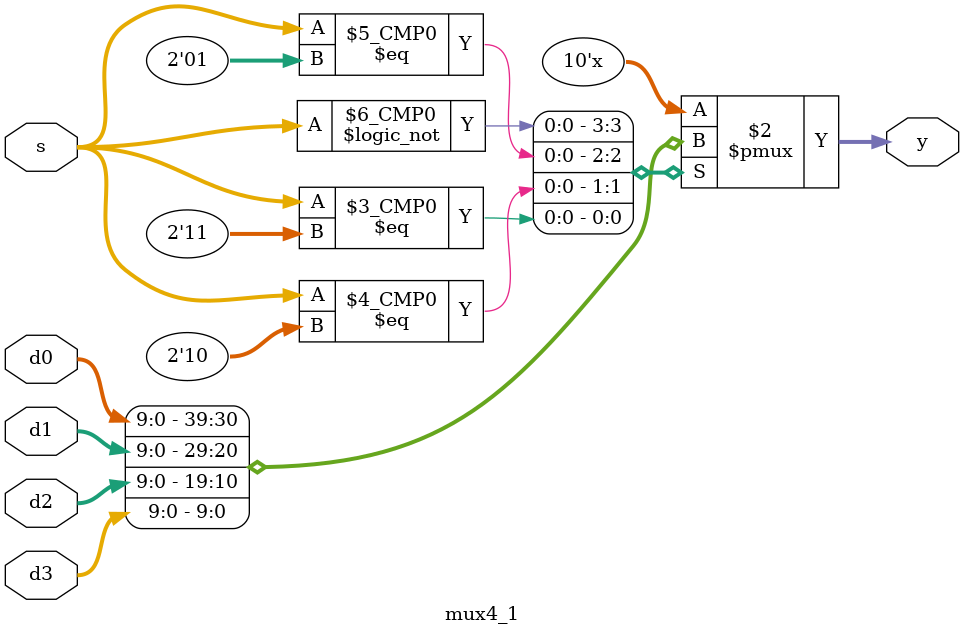
<source format=sv>
module mux4_1
	#(parameter width = 10)
	 (input  logic [width-1:0] d0, d1, d2, d3,
	  input  logic [1:0] s, 
	  output logic [width-1:0] y);
	 
	 always_comb 
	 begin
			unique case(s)
			2'b00: y = d0;
			2'b01: y = d1;
			2'b10: y = d2;
			2'b11: y = d3;
			endcase
	 end
endmodule
 

</source>
